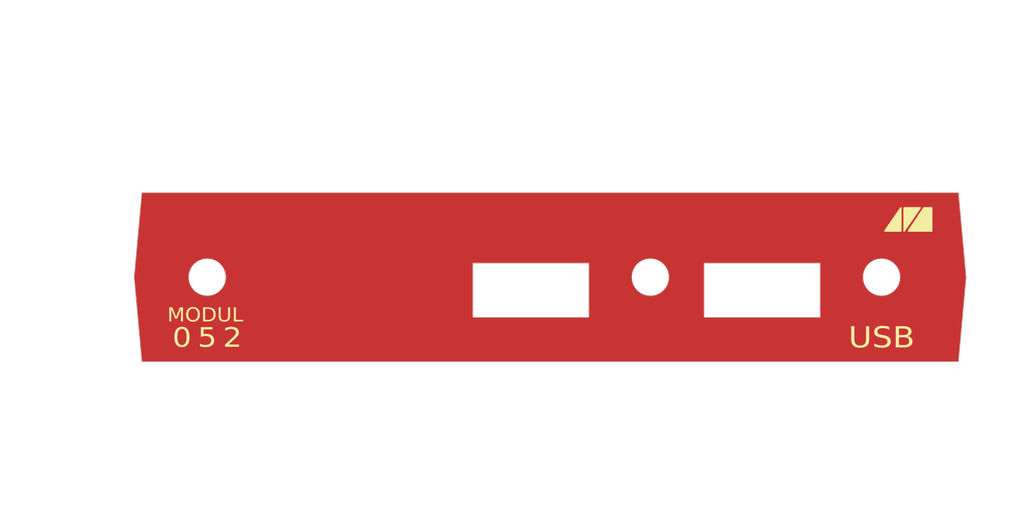
<source format=kicad_pcb>
(kicad_pcb
	(version 20240108)
	(generator "pcbnew")
	(generator_version "8.0")
	(general
		(thickness 1.6)
		(legacy_teardrops no)
	)
	(paper "A4")
	(layers
		(0 "F.Cu" signal)
		(31 "B.Cu" signal)
		(32 "B.Adhes" user "B.Adhesive")
		(33 "F.Adhes" user "F.Adhesive")
		(34 "B.Paste" user)
		(35 "F.Paste" user)
		(36 "B.SilkS" user "B.Silkscreen")
		(37 "F.SilkS" user "F.Silkscreen")
		(38 "B.Mask" user)
		(39 "F.Mask" user)
		(40 "Dwgs.User" user "User.Drawings")
		(41 "Cmts.User" user "User.Comments")
		(42 "Eco1.User" user "User.Eco1")
		(43 "Eco2.User" user "User.Eco2")
		(44 "Edge.Cuts" user)
		(45 "Margin" user)
		(46 "B.CrtYd" user "B.Courtyard")
		(47 "F.CrtYd" user "F.Courtyard")
		(48 "B.Fab" user)
		(49 "F.Fab" user)
		(50 "User.1" user)
		(51 "User.2" user)
		(52 "User.3" user)
		(53 "User.4" user)
		(54 "User.5" user)
		(55 "User.6" user)
		(56 "User.7" user)
		(57 "User.8" user)
		(58 "User.9" user)
	)
	(setup
		(pad_to_mask_clearance 0)
		(allow_soldermask_bridges_in_footprints no)
		(grid_origin 100 100)
		(pcbplotparams
			(layerselection 0x0000020_7fffffff)
			(plot_on_all_layers_selection 0x0000000_00000000)
			(disableapertmacros no)
			(usegerberextensions no)
			(usegerberattributes yes)
			(usegerberadvancedattributes yes)
			(creategerberjobfile yes)
			(dashed_line_dash_ratio 12.000000)
			(dashed_line_gap_ratio 3.000000)
			(svgprecision 4)
			(plotframeref no)
			(viasonmask no)
			(mode 1)
			(useauxorigin no)
			(hpglpennumber 1)
			(hpglpenspeed 20)
			(hpglpendiameter 15.000000)
			(pdf_front_fp_property_popups yes)
			(pdf_back_fp_property_popups yes)
			(dxfpolygonmode yes)
			(dxfimperialunits no)
			(dxfusepcbnewfont yes)
			(psnegative no)
			(psa4output no)
			(plotreference yes)
			(plotvalue yes)
			(plotfptext yes)
			(plotinvisibletext no)
			(sketchpadsonfab no)
			(subtractmaskfromsilk no)
			(outputformat 3)
			(mirror no)
			(drillshape 0)
			(scaleselection 1)
			(outputdirectory "")
		)
	)
	(net 0 "")
	(gr_poly
		(pts
			(xy 197.431567 94) (xy 199.5 91) (xy 199.5 94)
		)
		(stroke
			(width 0.2)
			(type solid)
		)
		(fill solid)
		(layer "F.SilkS")
		(uuid "13a2fba1-5f64-4643-94be-207a2d8ab79d")
	)
	(gr_poly
		(pts
			(xy 200.5 94) (xy 202.5 91) (xy 203.5 91) (xy 203.5 94)
		)
		(stroke
			(width 0.2)
			(type solid)
		)
		(fill solid)
		(layer "F.SilkS")
		(uuid "148c807d-49be-466a-9d84-fd8bedc6e222")
	)
	(gr_poly
		(pts
			(xy 202 91) (xy 199.931567 94) (xy 199.931567 91)
		)
		(stroke
			(width 0.2)
			(type solid)
		)
		(fill solid)
		(layer "F.SilkS")
		(uuid "74454ff6-c9e6-4188-ae6c-43a916fde7b2")
	)
	(gr_line
		(start 207 89)
		(end 208 100)
		(stroke
			(width 0.1)
			(type default)
		)
		(layer "Edge.Cuts")
		(uuid "307abc89-d8e3-4071-a4d8-1fb32e5b608c")
	)
	(gr_rect
		(start 174 98.2)
		(end 189 105.2)
		(stroke
			(width 0.1)
			(type default)
		)
		(fill none)
		(layer "Edge.Cuts")
		(uuid "3446d7b8-6cf2-41c5-9608-ecb156eb2da4")
	)
	(gr_line
		(start 208 100)
		(end 207 111)
		(stroke
			(width 0.1)
			(type default)
		)
		(layer "Edge.Cuts")
		(uuid "34a7c6a5-aa59-4b97-9d15-43c9825324dd")
	)
	(gr_line
		(start 207 111)
		(end 101 111)
		(stroke
			(width 0.1)
			(type default)
		)
		(layer "Edge.Cuts")
		(uuid "4f7dbcd8-31fb-4a23-bf6a-d4e8faa599fa")
	)
	(gr_circle
		(center 167 100)
		(end 169.4 100)
		(stroke
			(width 0.05)
			(type default)
		)
		(fill none)
		(layer "Edge.Cuts")
		(uuid "56509df0-bf60-46c0-bba7-1269a3fd2c07")
	)
	(gr_line
		(start 101 89)
		(end 207 89)
		(stroke
			(width 0.1)
			(type default)
		)
		(layer "Edge.Cuts")
		(uuid "5eb69c77-4c02-48d2-9936-1102676b5e11")
	)
	(gr_rect
		(start 144 98.2)
		(end 159 105.2)
		(stroke
			(width 0.1)
			(type default)
		)
		(fill none)
		(layer "Edge.Cuts")
		(uuid "704c2cbe-bd28-4ee0-af43-7cbd61cfc6db")
	)
	(gr_circle
		(center 109.5 100)
		(end 111.9 100)
		(stroke
			(width 0.05)
			(type default)
		)
		(fill none)
		(layer "Edge.Cuts")
		(uuid "91f1e92f-92e6-4791-9ab3-56df60d2ce36")
	)
	(gr_circle
		(center 197 100)
		(end 199.4 100)
		(stroke
			(width 0.05)
			(type default)
		)
		(fill none)
		(layer "Edge.Cuts")
		(uuid "9cd7501b-af89-4b37-8c96-f7c4f2e2accf")
	)
	(gr_line
		(start 101 111)
		(end 100 100)
		(stroke
			(width 0.1)
			(type default)
		)
		(layer "Edge.Cuts")
		(uuid "bb9f6c94-5497-4483-8dc5-74f2fc2fb68e")
	)
	(gr_line
		(start 100 100)
		(end 101 89)
		(stroke
			(width 0.1)
			(type default)
		)
		(layer "Edge.Cuts")
		(uuid "eb9af65b-0e83-46f7-ad77-d53af8c875f8")
	)
	(gr_text "0 5 2"
		(at 109.5 108 0)
		(layer "F.SilkS")
		(uuid "686d3775-420a-4787-a984-7f0fe908f8a7")
		(effects
			(font
				(face "Helvetica")
				(size 2.5 2.8)
				(thickness 0.15)
			)
		)
		(render_cache "0 5 2" 0
			(polygon
				(pts
					(xy 106.919962 106.584147) (xy 107.105129 106.627094) (xy 107.260613 106.701689) (xy 107.388815 106.803001)
					(xy 107.492135 106.926103) (xy 107.572974 107.066062) (xy 107.633731 107.217951) (xy 107.676809 107.376839)
					(xy 107.704606 107.537798) (xy 107.719524 107.695896) (xy 107.723963 107.846205) (xy 107.719524 107.996343)
					(xy 107.704606 108.154273) (xy 107.676809 108.315069) (xy 107.633731 108.473804) (xy 107.572974 108.625552)
					(xy 107.492135 108.765386) (xy 107.388815 108.888379) (xy 107.260613 108.989605) (xy 107.105129 109.064137)
					(xy 106.919962 109.107049) (xy 106.778841 109.115657) (xy 106.637728 109.107049) (xy 106.452598 109.064137)
					(xy 106.297176 108.989605) (xy 106.169054 108.888379) (xy 106.065826 108.765386) (xy 105.985083 108.625552)
					(xy 105.924419 108.473804) (xy 105.881426 108.315069) (xy 105.853697 108.154273) (xy 105.838825 107.996343)
					(xy 105.834403 107.846205) (xy 106.20233 107.846205) (xy 106.204455 107.959496) (xy 106.215687 108.118211)
					(xy 106.236728 108.262897) (xy 106.267749 108.392924) (xy 106.324934 108.5424) (xy 106.400578 108.663198)
					(xy 106.495089 108.753823) (xy 106.640384 108.822395) (xy 106.778841 108.839663) (xy 106.850569 108.835315)
					(xy 107.008135 108.787353) (xy 107.135262 108.688741) (xy 107.215584 108.575346) (xy 107.277346 108.432899)
					(xy 107.311732 108.307899) (xy 107.33608 108.168029) (xy 107.350563 108.013921) (xy 107.355352 107.846205)
					(xy 107.353228 107.732806) (xy 107.341996 107.573956) (xy 107.320955 107.42916) (xy 107.289934 107.299048)
					(xy 107.232749 107.149491) (xy 107.157105 107.028642) (xy 107.062593 106.93799) (xy 106.917299 106.869405)
					(xy 106.778841 106.852137) (xy 106.707114 106.856485) (xy 106.549548 106.904452) (xy 106.422421 107.00309)
					(xy 106.342098 107.11653) (xy 106.280337 107.259049) (xy 106.24595 107.384127) (xy 106.221602 107.524098)
					(xy 106.20712 107.678333) (xy 106.20233 107.846205) (xy 105.834403 107.846205) (xy 105.838825 107.695896)
					(xy 105.853697 107.537798) (xy 105.881426 107.376839) (xy 105.924419 107.217951) (xy 105.985083 107.066062)
					(xy 106.065826 106.926103) (xy 106.169054 106.803001) (xy 106.297176 106.701689) (xy 106.452598 106.627094)
					(xy 106.637728 106.584147) (xy 106.778841 106.575532)
				)
			)
			(polygon
				(pts
					(xy 109.104717 106.91564) (xy 110.272784 106.91564) (xy 110.272784 106.61461) (xy 108.84621 106.61461)
					(xy 108.638311 107.938407) (xy 108.936483 107.952451) (xy 109.028332 107.861074) (xy 109.148745 107.782112)
					(xy 109.282741 107.731908) (xy 109.427309 107.712123) (xy 109.445973 107.711871) (xy 109.599969 107.726233)
					(xy 109.738991 107.768807) (xy 109.858484 107.838822) (xy 109.953894 107.935512) (xy 110.020666 108.058107)
					(xy 110.054245 108.205839) (xy 110.057362 108.271798) (xy 110.04133 108.415289) (xy 109.994621 108.546068)
					(xy 109.919319 108.659382) (xy 109.817503 108.750481) (xy 109.691257 108.814612) (xy 109.542661 108.847024)
					(xy 109.477432 108.850043) (xy 109.337885 108.840427) (xy 109.188368 108.802716) (xy 109.063429 108.735132)
					(xy 108.968368 108.636273) (xy 108.908489 108.504739) (xy 108.893398 108.426282) (xy 108.536413 108.426282)
					(xy 108.565117 108.572659) (xy 108.61227 108.697823) (xy 108.699574 108.834283) (xy 108.809438 108.939205)
					(xy 108.936011 109.016117) (xy 109.073443 109.068546) (xy 109.215885 109.10002) (xy 109.357485 109.114067)
					(xy 109.426141 109.115657) (xy 109.579484 109.108855) (xy 109.716697 109.089346) (xy 109.894157 109.039205)
					(xy 110.040166 108.968052) (xy 110.157628 108.880432) (xy 110.249447 108.780892) (xy 110.318527 108.673978)
					(xy 110.380284 108.527814) (xy 110.413664 108.387399) (xy 110.425553 108.26351) (xy 110.425973 108.236383)
					(xy 110.414262 108.096271) (xy 110.380681 107.969041) (xy 110.327561 107.854891) (xy 110.230364 107.723376)
					(xy 110.108093 107.615926) (xy 109.96627 107.533007) (xy 109.810415 107.475085) (xy 109.646051 107.442624)
					(xy 109.520516 107.435266) (xy 109.369413 107.44517) (xy 109.221984 107.477051) (xy 109.085344 107.531609)
					(xy 108.98709 107.58975)
				)
			)
			(polygon
				(pts
					(xy 111.650118 107.458469) (xy 111.66459 107.315396) (xy 111.69396 107.19122) (xy 111.751768 107.066833)
					(xy 111.849111 106.958207) (xy 111.997088 106.881316) (xy 112.159384 106.853389) (xy 112.206797 106.852137)
					(xy 112.346259 106.863224) (xy 112.48806 106.904532) (xy 112.614215 106.985226) (xy 112.696936 107.088585)
					(xy 112.745006 107.221868) (xy 112.751849 107.297269) (xy 112.73682 107.433237) (xy 112.682001 107.562375)
					(xy 112.591935 107.664502) (xy 112.471787 107.750315) (xy 112.352411 107.817083) (xy 112.246462 107.871851)
					(xy 111.88127 108.060528) (xy 111.74865 108.136943) (xy 111.627764 108.222711) (xy 111.520149 108.319684)
					(xy 111.427344 108.429716) (xy 111.350889 108.554661) (xy 111.292321 108.69637) (xy 111.253179 108.856699)
					(xy 111.237498 108.990279) (xy 111.235003 109.0375) (xy 113.12046 109.0375) (xy 113.12046 108.747461)
					(xy 111.622763 108.747461) (xy 111.671778 108.619301) (xy 111.752927 108.513234) (xy 111.866459 108.413182)
					(xy 111.998979 108.326554) (xy 112.097376 108.274241) (xy 112.383238 108.134412) (xy 112.533117 108.060876)
					(xy 112.672113 107.985194) (xy 112.79742 107.904246) (xy 112.906235 107.814911) (xy 112.995751 107.714071)
					(xy 113.063164 107.598604) (xy 113.105669 107.465391) (xy 113.12046 107.311313) (xy 113.110566 107.187061)
					(xy 113.068329 107.037172) (xy 112.99602 106.906327) (xy 112.897047 106.795629) (xy 112.774814 106.706179)
					(xy 112.632728 106.639079) (xy 112.474194 106.595432) (xy 112.30262 106.576339) (xy 112.258088 106.575532)
					(xy 112.096079 106.583881) (xy 111.94444 106.608922) (xy 111.786049 106.658425) (xy 111.632752 106.739902)
					(xy 111.528246 106.826513) (xy 111.438265 106.938505) (xy 111.367806 107.079049) (xy 111.321867 107.251314)
					(xy 111.307329 107.385345) (xy 111.305443 107.458469)
				)
			)
		)
	)
	(gr_text "MODUL"
		(at 109.25 105 0)
		(layer "F.SilkS")
		(uuid "a445d5b3-b230-4f4c-af53-a8b86c651357")
		(effects
			(font
				(face "Helvetica")
				(size 1.8 1.9)
				(thickness 0.15)
			)
		)
		(render_cache "MODUL" 0
			(polygon
				(pts
					(xy 106.474912 105.747) (xy 106.474912 103.946246) (xy 106.10784 103.946246) (xy 105.564888 105.46739)
					(xy 105.559783 105.46739) (xy 105.014511 103.946246) (xy 104.644654 103.946246) (xy 104.644654 105.747)
					(xy 104.894783 105.747) (xy 104.894783 104.683957) (xy 104.893492 104.590777) (xy 104.891738 104.487717)
					(xy 104.890288 104.387603) (xy 104.889352 104.286546) (xy 104.889215 104.238605) (xy 104.894783 104.238605)
					(xy 105.432166 105.747) (xy 105.6874 105.747) (xy 106.224783 104.236406) (xy 106.229888 104.236406)
					(xy 106.229417 104.335425) (xy 106.228273 104.437829) (xy 106.22686 104.534297) (xy 106.225409 104.626909)
					(xy 106.224783 104.683957) (xy 106.224783 105.747)
				)
			)
			(polygon
				(pts
					(xy 107.827572 103.896403) (xy 107.944375 103.914977) (xy 108.050384 103.944617) (xy 108.146005 103.984247)
					(xy 108.231644 104.03279) (xy 108.307707 104.089169) (xy 108.374601 104.152308) (xy 108.458634 104.257334)
					(xy 108.524317 104.371512) (xy 108.57302 104.491208) (xy 108.606112 104.612788) (xy 108.624962 104.732617)
					(xy 108.630942 104.847062) (xy 108.630294 104.884347) (xy 108.620177 105.000867) (xy 108.596731 105.121564)
					(xy 108.558588 105.242805) (xy 108.504377 105.360958) (xy 108.432729 105.472391) (xy 108.374601 105.541153)
					(xy 108.307707 105.604239) (xy 108.231644 105.660571) (xy 108.146005 105.709074) (xy 108.050384 105.748672)
					(xy 107.944375 105.778288) (xy 107.827572 105.796848) (xy 107.69957 105.803273) (xy 107.57165 105.796848)
					(xy 107.454919 105.778288) (xy 107.348972 105.748672) (xy 107.253404 105.709074) (xy 107.16781 105.660571)
					(xy 107.091784 105.604239) (xy 107.024922 105.541153) (xy 106.940923 105.436218) (xy 106.875263 105.322141)
					(xy 106.826575 105.202555) (xy 106.79349 105.081092) (xy 106.774642 104.961384) (xy 106.768663 104.847062)
					(xy 107.03457 104.847062) (xy 107.037481 104.925938) (xy 107.052565 105.038507) (xy 107.080135 105.143323)
					(xy 107.119771 105.239422) (xy 107.171049 105.325839) (xy 107.233547 105.401608) (xy 107.306844 105.465766)
					(xy 107.390517 105.517346) (xy 107.484144 105.555383) (xy 107.587302 105.578914) (xy 107.69957 105.586972)
					(xy 107.775489 105.583366) (xy 107.881835 105.564886) (xy 107.978769 105.531577) (xy 108.065871 105.484404)
					(xy 108.142722 105.424332) (xy 108.208901 105.352326) (xy 108.26399 105.269351) (xy 108.307567 105.176372)
					(xy 108.339213 105.074354) (xy 108.358509 104.964263) (xy 108.365034 104.847062) (xy 108.362124 104.768109)
					(xy 108.347038 104.655443) (xy 108.319462 104.550548) (xy 108.279815 104.454387) (xy 108.228517 104.367924)
					(xy 108.165988 104.292122) (xy 108.092648 104.227942) (xy 108.008916 104.176349) (xy 107.915212 104.138304)
					(xy 107.811957 104.114772) (xy 107.69957 104.106713) (xy 107.623734 104.110319) (xy 107.517491 104.1288)
					(xy 107.420641 104.162115) (xy 107.333603 104.209299) (xy 107.256801 104.26939) (xy 107.190656 104.341425)
					(xy 107.135591 104.424441) (xy 107.092028 104.517476) (xy 107.060388 104.619567) (xy 107.041095 104.72975)
					(xy 107.03457 104.847062) (xy 106.768663 104.847062) (xy 106.769311 104.809737) (xy 106.779427 104.693093)
					(xy 106.802869 104.572277) (xy 106.841003 104.450921) (xy 106.895197 104.33266) (xy 106.966817 104.221129)
					(xy 107.024922 104.152308) (xy 107.091784 104.089169) (xy 107.16781 104.03279) (xy 107.253404 103.984247)
					(xy 107.348972 103.944617) (xy 107.454919 103.914977) (xy 107.57165 103.896403) (xy 107.69957 103.889972)
				)
			)
			(polygon
				(pts
					(xy 109.813417 103.950382) (xy 109.941132 103.971648) (xy 110.0578 104.010131) (xy 110.162856 104.064866)
					(xy 110.255736 104.134888) (xy 110.335874 104.219231) (xy 110.402708 104.316932) (xy 110.455672 104.427025)
					(xy 110.494203 104.548544) (xy 110.511592 104.635429) (xy 110.522148 104.726677) (xy 110.525704 104.822003)
					(xy 110.523461 104.898828) (xy 110.511099 105.017229) (xy 110.486818 105.136611) (xy 110.449351 105.253809)
					(xy 110.397437 105.365655) (xy 110.329809 105.468982) (xy 110.245206 105.560623) (xy 110.142361 105.637413)
					(xy 110.020011 105.696183) (xy 109.926985 105.723789) (xy 109.824353 105.74104) (xy 109.711741 105.747)
					(xy 108.94836 105.747) (xy 108.94836 105.538172) (xy 109.206378 105.538172) (xy 109.706636 105.538172)
					(xy 109.737701 105.537447) (xy 109.854741 105.520174) (xy 109.959335 105.48028) (xy 110.050297 105.418264)
					(xy 110.126444 105.334627) (xy 110.173117 105.258011) (xy 110.21029 105.169724) (xy 110.23746 105.069978)
					(xy 110.25413 104.958983) (xy 110.259797 104.836951) (xy 110.259153 104.795117) (xy 110.24962 104.677533)
					(xy 110.229034 104.57184) (xy 110.197844 104.478053) (xy 110.156496 104.396187) (xy 110.086339 104.305602)
					(xy 109.99998 104.236273) (xy 109.89848 104.188236) (xy 109.782898 104.161527) (xy 109.68761 104.155513)
					(xy 109.206378 104.155513) (xy 109.206378 105.538172) (xy 108.94836 105.538172) (xy 108.94836 103.946246)
					(xy 109.722414 103.946246)
				)
			)
			(polygon
				(pts
					(xy 112.107226 103.946246) (xy 112.107226 105.090182) (xy 112.100458 105.19335) (xy 112.081126 105.28214)
					(xy 112.03833 105.379759) (xy 111.979252 105.455649) (xy 111.907351 105.512) (xy 111.80471 105.558298)
					(xy 111.694193 105.581764) (xy 111.604647 105.586972) (xy 111.495583 105.578347) (xy 111.389669 105.549791)
					(xy 111.293183 105.497279) (xy 111.227001 105.435315) (xy 111.174083 105.353382) (xy 111.137645 105.249419)
					(xy 111.123064 105.155749) (xy 111.120167 105.085346) (xy 111.120167 103.946246) (xy 110.862149 103.946246)
					(xy 110.862149 105.153489) (xy 110.868033 105.247542) (xy 110.88592 105.338834) (xy 110.916168 105.425946)
					(xy 110.959131 105.507463) (xy 111.015166 105.581966) (xy 111.084627 105.648039) (xy 111.16787 105.704264)
					(xy 111.265252 105.749225) (xy 111.377126 105.781505) (xy 111.50385 105.799685) (xy 111.596758 105.803273)
					(xy 111.691729 105.799677) (xy 111.82202 105.781379) (xy 111.937865 105.74871) (xy 112.039437 105.702925)
					(xy 112.126908 105.645277) (xy 112.20045 105.577022) (xy 112.260235 105.499413) (xy 112.306434 105.413703)
					(xy 112.339221 105.321148) (xy 112.358767 105.223001) (xy 112.365244 105.120517) (xy 112.365244 103.946246)
				)
			)
			(polygon
				(pts
					(xy 113.031636 103.946246) (xy 112.773618 103.946246) (xy 112.773618 105.747) (xy 114.000132 105.747)
					(xy 114.000132 105.530698) (xy 113.031636 105.530698)
				)
			)
		)
	)
	(gr_text "USB"
		(at 197 108 0)
		(layer "F.SilkS")
		(uuid "f08c2a01-8d2e-41d3-b41d-dd201f236a33")
		(effects
			(font
				(face "Helvetica")
				(size 2.7 3)
				(thickness 0.15)
			)
		)
		(render_cache "USB" 0
			(polygon
				(pts
					(xy 194.982798 106.419369) (xy 194.982798 108.135273) (xy 194.972112 108.290025) (xy 194.941589 108.423211)
					(xy 194.874016 108.569638) (xy 194.780735 108.683473) (xy 194.667206 108.768) (xy 194.505143 108.837447)
					(xy 194.330641 108.872646) (xy 194.189253 108.880458) (xy 194.017047 108.867521) (xy 193.849815 108.824687)
					(xy 193.697468 108.745918) (xy 193.592969 108.652972) (xy 193.509415 108.530073) (xy 193.451881 108.374128)
					(xy 193.428859 108.233624) (xy 193.424285 108.128019) (xy 193.424285 106.419369) (xy 193.016888 106.419369)
					(xy 193.016888 108.230234) (xy 193.026178 108.371314) (xy 193.054422 108.508251) (xy 193.102181 108.63892)
					(xy 193.170018 108.761194) (xy 193.258493 108.872949) (xy 193.368169 108.972058) (xy 193.499606 109.056396)
					(xy 193.653366 109.123838) (xy 193.83001 109.172257) (xy 194.030101 109.199528) (xy 194.176797 109.20491)
					(xy 194.326751 109.199516) (xy 194.532473 109.172068) (xy 194.715387 109.123065) (xy 194.875764 109.054388)
					(xy 195.013876 108.967916) (xy 195.129995 108.865533) (xy 195.224391 108.749119) (xy 195.297338 108.620555)
					(xy 195.349107 108.481722) (xy 195.379969 108.334502) (xy 195.390196 108.180775) (xy 195.390196 106.419369)
				)
			)
			(polygon
				(pts
					(xy 198.236113 107.204121) (xy 198.218486 107.046743) (xy 198.181858 106.905463) (xy 198.114266 106.761131)
					(xy 198.005612 106.623545) (xy 197.891101 106.530678) (xy 197.743553 106.451252) (xy 197.558707 106.3894)
					(xy 197.412652 106.359972) (xy 197.246865 106.341416) (xy 197.060084 106.334959) (xy 196.865524 106.345612)
					(xy 196.692788 106.376225) (xy 196.54129 106.42478) (xy 196.410443 106.48926) (xy 196.267088 106.596515)
					(xy 196.158012 106.723709) (xy 196.081823 106.866057) (xy 196.037129 107.018777) (xy 196.02254 107.177084)
					(xy 196.042068 107.33949) (xy 196.095229 107.47219) (xy 196.196591 107.601047) (xy 196.321918 107.694463)
					(xy 196.455329 107.758538) (xy 196.60373 107.805281) (xy 196.665143 107.819393) (xy 197.282833 107.948647)
					(xy 197.452658 107.988376) (xy 197.592205 108.02908) (xy 197.727647 108.085072) (xy 197.852716 108.181607)
					(xy 197.913883 108.311229) (xy 197.925436 108.431368) (xy 197.903547 108.563612) (xy 197.823255 108.690861)
					(xy 197.699066 108.781263) (xy 197.546964 108.840645) (xy 197.382931 108.874832) (xy 197.22295 108.88965)
					(xy 197.135555 108.891668) (xy 196.988953 108.884497) (xy 196.842704 108.861375) (xy 196.702723 108.819891)
					(xy 196.545574 108.738542) (xy 196.419019 108.620025) (xy 196.347566 108.495288) (xy 196.309005 108.341338)
					(xy 196.303908 108.252656) (xy 195.921424 108.252656) (xy 195.92778 108.393351) (xy 195.950945 108.528568)
					(xy 195.997062 108.658674) (xy 196.072274 108.784033) (xy 196.182727 108.90501) (xy 196.228437 108.944425)
					(xy 196.348811 109.031308) (xy 196.498959 109.105919) (xy 196.641212 109.151355) (xy 196.819288 109.185247)
					(xy 196.991485 109.201087) (xy 197.139951 109.20491) (xy 197.288453 109.199993) (xy 197.44071 109.184283)
					(xy 197.592715 109.156344) (xy 197.740455 109.114736) (xy 197.879922 109.058022) (xy 198.007105 108.984765)
					(xy 198.117994 108.893526) (xy 198.208579 108.782868) (xy 198.274849 108.651354) (xy 198.312795 108.497545)
					(xy 198.320377 108.381909) (xy 198.306957 108.229611) (xy 198.26825 108.096942) (xy 198.18785 107.957061)
					(xy 198.076119 107.844046) (xy 197.937602 107.755786) (xy 197.776843 107.690166) (xy 197.635276 107.652551)
					(xy 196.77432 107.473839) (xy 196.628546 107.430006) (xy 196.505584 107.352488) (xy 196.429981 107.22544)
					(xy 196.417481 107.127624) (xy 196.436558 106.98815) (xy 196.50654 106.854798) (xy 196.614794 106.760908)
					(xy 196.747398 106.699958) (xy 196.890434 106.665428) (xy 197.056248 106.649686) (xy 197.106246 106.64886)
					(xy 197.267472 106.65921) (xy 197.42611 106.692635) (xy 197.572699 106.752698) (xy 197.697781 106.842961)
					(xy 197.791898 106.966985) (xy 197.838539 107.092907) (xy 197.853629 107.204121)
				)
			)
			(polygon
				(pts
					(xy 200.255245 106.422984) (xy 200.440606 106.450754) (xy 200.600103 106.503363) (xy 200.733531 106.577748)
					(xy 200.840684 106.670852) (xy 200.937362 106.808889) (xy 200.99226 106.965414) (xy 201.005827 107.099927)
					(xy 200.989432 107.24205) (xy 200.939173 107.375146) (xy 200.860038 107.486785) (xy 200.739791 107.588709)
					(xy 200.602826 107.661124) (xy 200.621734 107.668026) (xy 200.771274 107.729398) (xy 200.906712 107.809728)
					(xy 201.009577 107.904866) (xy 201.091133 108.032624) (xy 201.133338 108.16272) (xy 201.148709 108.321239)
					(xy 201.13932 108.441075) (xy 201.097877 108.592785) (xy 201.023887 108.732062) (xy 200.917911 108.855406)
					(xy 200.780505 108.959317) (xy 200.612228 109.040292) (xy 200.466096 109.083867) (xy 200.303149 109.111095)
					(xy 200.123622 109.1205) (xy 198.82596 109.1205) (xy 198.82596 108.807258) (xy 199.233357 108.807258)
					(xy 200.102373 108.807258) (xy 200.251633 108.798395) (xy 200.41049 108.763426) (xy 200.560308 108.688952)
					(xy 200.665415 108.582141) (xy 200.725607 108.446305) (xy 200.741312 108.313326) (xy 200.715482 108.156669)
					(xy 200.625546 108.02011) (xy 200.486915 107.931133) (xy 200.346108 107.886823) (xy 200.192514 107.864067)
					(xy 200.035695 107.857642) (xy 199.233357 107.857642) (xy 199.233357 108.807258) (xy 198.82596 108.807258)
					(xy 198.82596 107.558908) (xy 199.233357 107.558908) (xy 199.968283 107.558908) (xy 200.074071 107.556062)
					(xy 200.231505 107.537486) (xy 200.386775 107.488972) (xy 200.517094 107.390184) (xy 200.581219 107.263887)
					(xy 200.59843 107.125646) (xy 200.5938 107.058215) (xy 200.544652 106.923891) (xy 200.43627 106.823565)
					(xy 200.291029 106.766295) (xy 200.129789 106.739879) (xy 199.97268 106.73327) (xy 199.233357 106.73327)
					(xy 199.233357 107.558908) (xy 198.82596 107.558908) (xy 198.82596 106.419369) (xy 200.152931 106.419369)
				)
			)
		)
	)
	(gr_text "DXF-Plotten: F.Cu und F.Silkscreen\nEinheit: mm"
		(at 100.5 74 0)
		(layer "Cmts.User")
		(uuid "d533277e-1a3e-4d2f-b717-f1ca8a4e0967")
		(effects
			(font
				(size 1.5 1.5)
				(thickness 0.3)
				(bold yes)
			)
			(justify left bottom)
		)
	)
	(dimension
		(type aligned)
		(layer "Cmts.User")
		(uuid "430bd092-bb22-42a5-8670-8c3c1e90bbba")
		(pts
			(xy 100 100) (xy 167 100)
		)
		(height 25)
		(gr_text "67,00 mm"
			(at 133.5 123.85 0)
			(layer "Cmts.User")
			(uuid "430bd092-bb22-42a5-8670-8c3c1e90bbba")
			(effects
				(font
					(size 1 1)
					(thickness 0.15)
				)
			)
		)
		(format
			(prefix "")
			(suffix "")
			(units 3)
			(units_format 1)
			(precision 2)
		)
		(style
			(thickness 0.1)
			(arrow_length 1.27)
			(text_position_mode 0)
			(extension_height 0.58642)
			(extension_offset 0.5) keep_text_aligned)
	)
	(dimension
		(type aligned)
		(layer "Cmts.User")
		(uuid "5fbe8697-30ce-4172-aee1-27e5bc3fec6f")
		(pts
			(xy 100 100) (xy 208 100)
		)
		(height -16)
		(gr_text "108,00 mm"
			(at 154 82.2 0)
			(layer "Cmts.User")
			(uuid "5fbe8697-30ce-4172-aee1-27e5bc3fec6f")
			(effects
				(font
					(size 1.5 1.5)
					(thickness 0.3)
				)
			)
		)
		(format
			(prefix "")
			(suffix "")
			(units 3)
			(units_format 1)
			(precision 2)
		)
		(style
			(thickness 0.2)
			(arrow_length 1.27)
			(text_position_mode 0)
			(extension_height 0.58642)
			(extension_offset 0.5) keep_text_aligned)
	)
	(dimension
		(type aligned)
		(layer "Cmts.User")
		(uuid "879207c6-b2f4-4c13-8207-31519f7ea63f")
		(pts
			(xy 100 100) (xy 144 100)
		)
		(height 22.5)
		(gr_text "44,00 mm"
			(at 122 121.35 0)
			(layer "Cmts.User")
			(uuid "879207c6-b2f4-4c13-8207-31519f7ea63f")
			(effects
				(font
					(size 1 1)
					(thickness 0.15)
				)
			)
		)
		(format
			(prefix "")
			(suffix "")
			(units 3)
			(units_format 1)
			(precision 2)
		)
		(style
			(thickness 0.1)
			(arrow_length 1.27)
			(text_position_mode 0)
			(extension_height 0.58642)
			(extension_offset 0.5) keep_text_aligned)
	)
	(dimension
		(type aligned)
		(layer "Cmts.User")
		(uuid "99358cb6-54c1-4e5a-987a-24867ccc1ac5")
		(pts
			(xy 100.5 111) (xy 100.5 89)
		)
		(height -10)
		(gr_text "22,00 mm"
			(at 88.7 100 90)
			(layer "Cmts.User")
			(uuid "99358cb6-54c1-4e5a-987a-24867ccc1ac5")
			(effects
				(font
					(size 1.5 1.5)
					(thickness 0.3)
				)
			)
		)
		(format
			(prefix "")
			(suffix "")
			(units 3)
			(units_format 1)
			(precision 2)
		)
		(style
			(thickness 0.2)
			(arrow_length 1.27)
			(text_position_mode 0)
			(extension_height 0.58642)
			(extension_offset 0.5) keep_text_aligned)
	)
	(dimension
		(type aligned)
		(layer "Cmts.User")
		(uuid "a1da751e-43af-4a92-9a1b-d79bc7d813c7")
		(pts
			(xy 100 100) (xy 197 100)
		)
		(height 30)
		(gr_text "97,00 mm"
			(at 148.5 128.85 0)
			(layer "Cmts.User")
			(uuid "a1da751e-43af-4a92-9a1b-d79bc7d813c7")
			(effects
				(font
					(size 1 1)
					(thickness 0.15)
				)
			)
		)
		(format
			(prefix "")
			(suffix "")
			(units 3)
			(units_format 1)
			(precision 2)
		)
		(style
			(thickness 0.1)
			(arrow_length 1.27)
			(text_position_mode 0)
			(extension_height 0.58642)
			(extension_offset 0.5) keep_text_aligned)
	)
	(dimension
		(type aligned)
		(layer "Cmts.User")
		(uuid "a554b433-52cb-4ca0-930c-911720c7ef3a")
		(pts
			(xy 100 100) (xy 174 100)
		)
		(height 27.5)
		(gr_text "74,00 mm"
			(at 137 126.35 0)
			(layer "Cmts.User")
			(uuid "a554b433-52cb-4ca0-930c-911720c7ef3a")
			(effects
				(font
					(size 1 1)
					(thickness 0.15)
				)
			)
		)
		(format
			(prefix "")
			(suffix "")
			(units 3)
			(units_format 1)
			(precision 2)
		)
		(style
			(thickness 0.1)
			(arrow_length 1.27)
			(text_position_mode 0)
			(extension_height 0.58642)
			(extension_offset 0.5) keep_text_aligned)
	)
	(dimension
		(type aligned)
		(layer "Cmts.User")
		(uuid "bce4fb4e-59e2-4c05-8384-acd6a28f4c4f")
		(pts
			(xy 100 100) (xy 109.5 100)
		)
		(height 19.75)
		(gr_text "9,50 mm"
			(at 104.75 118.6 0)
			(layer "Cmts.User")
			(uuid "bce4fb4e-59e2-4c05-8384-acd6a28f4c4f")
			(effects
				(font
					(size 1 1)
					(thickness 0.15)
				)
			)
		)
		(format
			(prefix "")
			(suffix "")
			(units 3)
			(units_format 1)
			(precision 2)
		)
		(style
			(thickness 0.1)
			(arrow_length 1.27)
			(text_position_mode 0)
			(extension_height 0.58642)
			(extension_offset 0.5) keep_text_aligned)
	)
	(zone
		(net 0)
		(net_name "")
		(layer "F.Cu")
		(uuid "de2fdf7e-0113-475e-8feb-cc34cd966493")
		(hatch edge 0.5)
		(connect_pads
			(clearance 0.5)
		)
		(min_thickness 0.25)
		(filled_areas_thickness no)
		(fill yes
			(thermal_gap 0.5)
			(thermal_bridge_width 0.5)
			(island_removal_mode 1)
			(island_area_min 10)
		)
		(polygon
			(pts
				(xy 85.5 64) (xy 215.5 64) (xy 215.5 119) (xy 85.5 119)
			)
		)
		(filled_polygon
			(layer "F.Cu")
			(island)
			(pts
				(xy 206.9538 89.019685) (xy 206.999555 89.072489) (xy 207.010252 89.112774) (xy 207.998979 99.988774)
				(xy 207.998979 100.011226) (xy 207.010252 110.887226) (xy 206.984579 110.952208) (xy 206.927849 110.992995)
				(xy 206.886761 111) (xy 101.113239 111) (xy 101.0462 110.980315) (xy 101.000445 110.927511) (xy 100.989748 110.887226)
				(xy 100.472727 105.2) (xy 144 105.2) (xy 159 105.2) (xy 174 105.2) (xy 189 105.2) (xy 189 100) (xy 194.59753 100)
				(xy 194.607412 100.153929) (xy 194.617254 100.307219) (xy 194.617254 100.307225) (xy 194.676102 100.609395)
				(xy 194.676104 100.609402) (xy 194.773108 100.901564) (xy 194.906681 101.17893) (xy 194.906681 101.178931)
				(xy 195.074622 101.436936) (xy 195.074629 101.436946) (xy 195.274181 101.671351) (xy 195.274191 101.671361)
				(xy 195.502078 101.878322) (xy 195.502082 101.878326) (xy 195.754573 102.054453) (xy 195.754577 102.054455)
				(xy 196.02752 102.196849) (xy 196.316431 102.303171) (xy 196.616566 102.371675) (xy 196.922997 102.401236)
				(xy 197.230692 102.391369) (xy 197.5346 102.342236) (xy 197.829729 102.254643) (xy 198.111235 102.130029)
				(xy 198.374493 101.97044) (xy 198.615183 101.778496) (xy 198.829351 101.55735) (xy 199.013482 101.310632)
				(xy 199.164551 101.042393) (xy 199.280078 100.757038) (xy 199.358167 100.459253) (xy 199.397534 100.153927)
				(xy 199.4 100) (xy 199.397534 99.846073) (xy 199.358167 99.540747) (xy 199.280078 99.242962) (xy 199.164551 98.957607)
				(xy 199.013482 98.689368) (xy 198.919213 98.563057) (xy 198.829352 98.442651) (xy 198.829353 98.442651)
				(xy 198.615181 98.221502) (xy 198.374499 98.029565) (xy 198.374493 98.02956) (xy 198.111235 97.869971)
				(xy 198.111229 97.869968) (xy 198.111227 97.869967) (xy 197.829734 97.745358) (xy 197.534601 97.657764)
				(xy 197.534597 97.657763) (xy 197.340979 97.626461) (xy 197.230692 97.608631) (xy 197.230689 97.60863)
				(xy 197.230684 97.60863) (xy 196.923 97.598763) (xy 196.616563 97.628325) (xy 196.316431 97.696829)
				(xy 196.316426 97.69683) (xy 196.027526 97.803148) (xy 196.027513 97.803154) (xy 195.754577 97.945544)
				(xy 195.754573 97.945546) (xy 195.502082 98.121673) (xy 195.502078 98.121677) (xy 195.274191 98.328638)
				(xy 195.274181 98.328648) (xy 195.074629 98.563053) (xy 195.074622 98.563063) (xy 194.906681 98.821068)
				(xy 194.906681 98.821069) (xy 194.773108 99.098435) (xy 194.676104 99.390597) (xy 194.676102 99.390604)
				(xy 194.617254 99.692774) (xy 194.617254 99.69278) (xy 194.607413 99.84607) (xy 194.59753 100) (xy 189 100)
				(xy 189 98.2) (xy 174 98.2) (xy 174 105.2) (xy 159 105.2) (xy 159 100) (xy 164.59753 100) (xy 164.607412 100.153929)
				(xy 164.617254 100.307219) (xy 164.617254 100.307225) (xy 164.676102 100.609395) (xy 164.676104 100.609402)
				(xy 164.773108 100.901564) (xy 164.906681 101.17893) (xy 164.906681 101.178931) (xy 165.074622 101.436936)
				(xy 165.074629 101.436946) (xy 165.274181 101.671351) (xy 165.274191 101.671361) (xy 165.502078 101.878322)
				(xy 165.502082 101.878326) (xy 165.754573 102.054453) (xy 165.754577 102.054455) (xy 166.02752 102.196849)
				(xy 166.316431 102.303171) (xy 166.616566 102.371675) (xy 166.922997 102.401236) (xy 167.230692 102.391369)
				(xy 167.5346 102.342236) (xy 167.829729 102.254643) (xy 168.111235 102.130029) (xy 168.374493 101.97044)
				(xy 168.615183 101.778496) (xy 168.829351 101.55735) (xy 169.013482 101.310632) (xy 169.164551 101.042393)
				(xy 169.280078 100.757038) (xy 169.358167 100.459253) (xy 169.397534 100.153927) (xy 169.4 100)
				(xy 169.397534 99.846073) (xy 169.358167 99.540747) (xy 169.280078 99.242962) (xy 169.164551 98.957607)
				(xy 169.013482 98.689368) (xy 168.919213 98.563057) (xy 168.829352 98.442651) (xy 168.829353 98.442651)
				(xy 168.615181 98.221502) (xy 168.374499 98.029565) (xy 168.374493 98.02956) (xy 168.111235 97.869971)
				(xy 168.111229 97.869968) (xy 168.111227 97.869967) (xy 167.829734 97.745358) (xy 167.534601 97.657764)
				(xy 167.534597 97.657763) (xy 167.340979 97.626461) (xy 167.230692 97.608631) (xy 167.230689 97.60863)
				(xy 167.230684 97.60863) (xy 166.923 97.598763) (xy 166.616563 97.628325) (xy 166.316431 97.696829)
				(xy 166.316426 97.69683) (xy 166.027526 97.803148) (xy 166.027513 97.803154) (xy 165.754577 97.945544)
				(xy 165.754573 97.945546) (xy 165.502082 98.121673) (xy 165.502078 98.121677) (xy 165.274191 98.328638)
				(xy 165.274181 98.328648) (xy 165.074629 98.563053) (xy 165.074622 98.563063) (xy 164.906681 98.821068)
				(xy 164.906681 98.821069) (xy 164.773108 99.098435) (xy 164.676104 99.390597) (xy 164.676102 99.390604)
				(xy 164.617254 99.692774) (xy 164.617254 99.69278) (xy 164.607413 99.84607) (xy 164.59753 100) (xy 159 100)
				(xy 159 98.2) (xy 144 98.2) (xy 144 105.2) (xy 100.472727 105.2) (xy 100.217397 102.391369) (xy 100.00102 100.01122)
				(xy 100.00102 100) (xy 107.09753 100) (xy 107.107412 100.153929) (xy 107.117254 100.307219) (xy 107.117254 100.307225)
				(xy 107.176102 100.609395) (xy 107.176104 100.609402) (xy 107.273108 100.901564) (xy 107.406681 101.17893)
				(xy 107.406681 101.178931) (xy 107.574622 101.436936) (xy 107.574629 101.436946) (xy 107.774181 101.671351)
				(xy 107.774191 101.671361) (xy 108.002078 101.878322) (xy 108.002082 101.878326) (xy 108.254573 102.054453)
				(xy 108.254577 102.054455) (xy 108.52752 102.196849) (xy 108.816431 102.303171) (xy 109.116566 102.371675)
				(xy 109.422997 102.401236) (xy 109.730692 102.391369) (xy 110.0346 102.342236) (xy 110.329729 102.254643)
				(xy 110.611235 102.130029) (xy 110.874493 101.97044) (xy 111.115183 101.778496) (xy 111.329351 101.55735)
				(xy 111.513482 101.310632) (xy 111.664551 101.042393) (xy 111.780078 100.757038) (xy 111.858167 100.459253)
				(xy 111.897534 100.153927) (xy 111.9 100) (xy 111.897534 99.846073) (xy 111.858167 99.540747) (xy 111.780078 99.242962)
				(xy 111.664551 98.957607) (xy 111.513482 98.689368) (xy 111.419213 98.563057) (xy 111.329352 98.442651)
				(xy 111.329353 98.442651) (xy 111.115181 98.221502) (xy 110.874499 98.029565) (xy 110.874493 98.02956)
				(xy 110.611235 97.869971) (xy 110.611229 97.869968) (xy 110.611227 97.869967) (xy 110.329734 97.745358)
				(xy 110.034601 97.657764) (xy 110.034597 97.657763) (xy 109.840979 97.626461) (xy 109.730692 97.608631)
				(xy 109.730689 97.60863) (xy 109.730684 97.60863) (xy 109.423 97.598763) (xy 109.116563 97.628325)
				(xy 108.816431 97.696829) (xy 108.816426 97.69683) (xy 108.527526 97.803148) (xy 108.527513 97.803154)
				(xy 108.254577 97.945544) (xy 108.254573 97.945546) (xy 108.002082 98.121673) (xy 108.002078 98.121677)
				(xy 107.774191 98.328638) (xy 107.774181 98.328648) (xy 107.574629 98.563053) (xy 107.574622 98.563063)
				(xy 107.406681 98.821068) (xy 107.406681 98.821069) (xy 107.273108 99.098435) (xy 107.176104 99.390597)
				(xy 107.176102 99.390604) (xy 107.117254 99.692774) (xy 107.117254 99.69278) (xy 107.107413 99.84607)
				(xy 107.09753 100) (xy 100.00102 100) (xy 100.00102 99.98878) (xy 100.989748 89.112774) (xy 101.015421 89.047792)
				(xy 101.072151 89.007005) (xy 101.113239 89) (xy 206.886761 89)
			)
		)
	)
)

</source>
